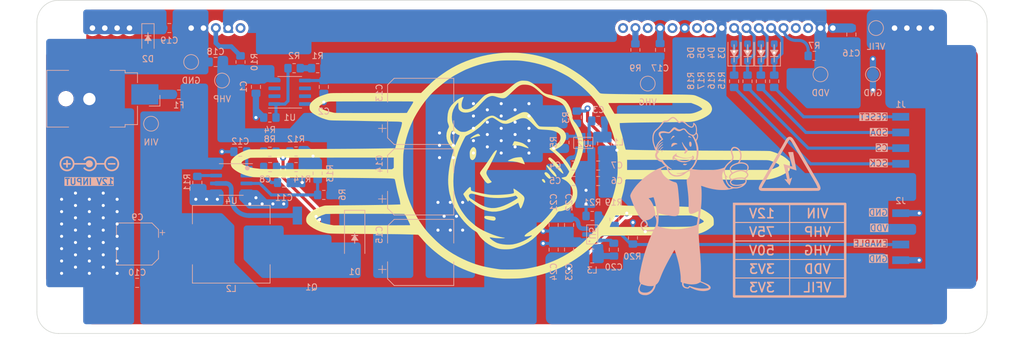
<source format=kicad_pcb>
(kicad_pcb (version 20221018) (generator pcbnew)
  (layers (0 "F.Cu" signal) (31 "B.Cu" signal) (34 "B.Paste" user) (35 "F.Paste" user) (36 "B.SilkS" user "B.Silkscreen") (37 "F.SilkS" user "F.Silkscreen") (38 "B.Mask" user) (39 "F.Mask" user) (44 "Edge.Cuts" user))
  (net 0 "")
  (net 1 "Net-(U2-BST)")
  (net 2 "GND")
  (net 3 "Net-(U2-SW)")
  (net 4 "12V")
  (net 5 "Net-(U4-COMP)")
  (net 6 "V_HP")
  (net 7 "V_HG")
  (net 8 "Net-(C8-Pad2)")
  (net 9 "Net-(F1-Pad1)")
  (net 10 "VDD")
  (net 11 "Net-(U4-I_{SEN})")
  (net 12 "Net-(D2-K)")
  (net 13 "Net-(U5-BST)")
  (net 14 "Net-(U5-SW)")
  (net 15 "V_FILAMENT")
  (net 16 "Net-(D1-A)")
  (net 17 "Net-(D4-K)")
  (net 18 "Net-(D5-K)")
  (net 19 "Net-(D6-K)")
  (net 20 "Net-(D3-K)")
  (net 21 "VFD_SCK")
  (net 22 "VFD_CS")
  (net 23 "VFD_SDA")
  (net 24 "VFD_RESET")
  (net 25 "FILAMENT_EN")
  (net 26 "Net-(Q1-G)")
  (net 27 "Net-(Q1-S)")
  (net 28 "Net-(R1-Pad2)")
  (net 29 "FB1")
  (net 30 "Net-(U1-ADJ)")
  (net 31 "Net-(U2-FB)")
  (net 32 "Net-(U3-TEST)")
  (net 33 "Net-(U3-VHG)")
  (net 34 "Net-(U3-VHP)")
  (net 35 "Net-(U4-FA{slash}SD)")
  (net 36 "Net-(U5-FB)")
  (footprint "MountingHole:MountingHole_3.2mm_M3" (layer "F.Cu") (at 77.5 114)
    (fp_text reference "REF**" hide)
    (fp_text value "MountingHole_3.2mm_M3")
  )
  (footprint "MountingHole:MountingHole_3.2mm_M3" (layer "F.Cu") (at 77.5 67)
    (fp_text reference "REF**" hide)
    (fp_text value "MountingHole_3.2mm_M3")
  )
  (footprint "LOGO" (layer "F.Cu") (at 151 90.5)
    (fp_text reference "G***" hide)
    (fp_text value "LOGO" hide)
  )
  (footprint "Remi_Footprints:VFD_GP1287BI" (layer "F.Cu") (at 219 68)
    (fp_text reference "U3" hide)
    (fp_text value "GP1294AI")
  )
  (footprint "LOGO" (layer "F.Cu") (at 151 90.5)
    (fp_text reference "G***" hide)
    (fp_text value "LOGO" hide)
  )
  (footprint "MountingHole:MountingHole_3.2mm_M3" (layer "F.Cu") (at 224.5 114)
    (fp_text reference "REF**" hide)
    (fp_text value "MountingHole_3.2mm_M3")
  )
  (footprint "MountingHole:MountingHole_3.2mm_M3" (layer "F.Cu") (at 224.5 67)
    (fp_text reference "REF**" hide)
    (fp_text value "MountingHole_3.2mm_M3")
  )
  (footprint "Diode_SMD:D_SOD-123F" (layer "B.Cu") (at 189.166666 71.94 90)
    (fp_text reference "D5")
    (fp_text value "BZT52B3V3")
  )
  (footprint "Resistor_SMD:R_0805_2012Metric_Pad1.20x1.40mm_HandSolder" (layer "B.Cu") (at 171 71.54 -90)
    (fp_text reference "R9")
    (fp_text value "10R")
  )
  (footprint "Resistor_SMD:R_0805_2012Metric_Pad1.20x1.40mm_HandSolder" (layer "B.Cu") (at 107 73.5 -90)
    (fp_text reference "R10")
    (fp_text value "10R")
  )
  (footprint "Capacitor_SMD:C_0805_2012Metric_Pad1.18x1.45mm_HandSolder" (layer "B.Cu") (at 160.9625 90.2875)
    (fp_text reference "C4")
    (fp_text value "10uF")
  )
  (footprint "Capacitor_SMD:CP_Elec_6.3x7.7" (layer "B.Cu") (at 90.3 103 180)
    (fp_text reference "C9")
    (fp_text value "100uF")
  )
  (footprint "Remi_Footprints:STD16N65M5" (layer "B.Cu") (at 118.5 102.54)
    (fp_text reference "Q1")
    (fp_text value "STD16N65M5")
  )
  (footprint "Resistor_SMD:R_0805_2012Metric_Pad1.20x1.40mm_HandSolder" (layer "B.Cu") (at 167.6 99 90)
    (fp_text reference "R19")
    (fp_text value "31k6")
  )
  (footprint "Capacitor_SMD:C_0805_2012Metric_Pad1.18x1.45mm_HandSolder" (layer "B.Cu") (at 102.9625 73.5 180)
    (fp_text reference "C18")
    (fp_text value "100nF")
  )
  (footprint "Resistor_SMD:R_0805_2012Metric_Pad1.20x1.40mm_HandSolder" (layer "B.Cu") (at 200 72.5 180)
    (fp_text reference "R7")
    (fp_text value "100k")
  )
  (footprint "Resistor_SMD:R_0805_2012Metric_Pad1.20x1.40mm_HandSolder" (layer "B.Cu") (at 119.5 74.5 180)
    (fp_text reference "R1")
    (fp_text value "5K6")
  )
  (footprint "Resistor_SMD:R_0805_2012Metric_Pad1.20x1.40mm_HandSolder" (layer "B.Cu") (at 189.166666 76.62 90)
    (fp_text reference "R17")
    (fp_text value "200R")
  )
  (footprint "Resistor_SMD:R_0805_2012Metric_Pad1.20x1.40mm_HandSolder" (layer "B.Cu") (at 187 76.62 90)
    (fp_text reference "R18")
    (fp_text value "200R")
  )
  (footprint "Diode_SMD:D_SOD-123" (layer "B.Cu") (at 92 69.65 -90)
    (fp_text reference "D2")
    (fp_text value "MMSZ5222BT1G")
  )
  (footprint "Capacitor_SMD:C_0805_2012Metric_Pad1.18x1.45mm_HandSolder" (layer "B.Cu") (at 106.9625 88.04 180)
    (fp_text reference "C12")
    (fp_text value "10pF")
  )
  (footprint "Capacitor_SMD:C_0805_2012Metric_Pad1.18x1.45mm_HandSolder" (layer "B.Cu") (at 109.5 77.5375 -90)
    (fp_text reference "C1")
    (fp_text value "1uF")
  )
  (footprint "Capacitor_SMD:C_0805_2012Metric_Pad1.18x1.45mm_HandSolder" (layer "B.Cu") (at 114.0375 93.04)
    (fp_text reference "C11")
    (fp_text value "39pF")
  )
  (footprint "Resistor_SMD:R_0805_2012Metric_Pad1.20x1.40mm_HandSolder" (layer "B.Cu") (at 159.5 86.5375 90)
    (fp_text reference "R5")
    (fp_text value "10k")
  )
  (footprint "Resistor_SMD:R_0805_2012Metric_Pad1.20x1.40mm_HandSolder" (layer "B.Cu") (at 111.75 82.5 180)
    (fp_text reference "R4")
    (fp_text value "220k")
  )
  (footprint "TestPoint:TestPoint_Pad_D2.0mm" (layer "B.Cu") (at 173 77 180)
    (fp_text reference "VHG")
    (fp_text value "TestPoint_Pad_D2.0mm")
  )
  (footprint "Capacitor_SMD:C_0805_2012Metric_Pad1.18x1.45mm_HandSolder" (layer "B.Cu") (at 157.75 99.9125 -90)
    (fp_text reference "C21")
    (fp_text value "10uF")
  )
  (footprint "Resistor_SMD:R_0805_2012Metric_Pad1.20x1.40mm_HandSolder" (layer "B.Cu") (at 164 98.45)
    (fp_text reference "R21")
    (fp_text value "10k")
  )
  (footprint "Capacitor_SMD:C_0805_2012Metric_Pad1.18x1.45mm_HandSolder" (layer "B.Cu") (at 164.9625 83.0375)
    (fp_text reference "C3")
    (fp_text value "100nF")
  )
  (footprint "Resistor_SMD:R_0805_2012Metric_Pad1.20x1.40mm_HandSolder" (layer "B.Cu") (at 191.333332 76.62 90)
    (fp_text reference "R16")
    (fp_text value "200R")
  )
  (footprint "Resistor_SMD:R_0805_2012Metric_Pad1.20x1.40mm_HandSolder" (layer "B.Cu") (at 100 93.04 -90)
    (fp_text reference "R11")
    (fp_text value "28k7")
  )
  (footprint "Capacitor_SMD:C_0805_2012Metric_Pad1.18x1.45mm_HandSolder" (layer "B.Cu") (at 95.4625 68)
    (fp_text reference "C19")
    (fp_text value "100nF")
  )
  (footprint "Resistor_SMD:R_0805_2012Metric_Pad1.20x1.40mm_HandSolder" (layer "B.Cu") (at 116 90.54)
    (fp_text reference "R14")
    (fp_text value "340k")
  )
  (footprint "LOGO" (layer "B.Cu") (at 196 90 180)
    (fp_text reference "G***" hide)
    (fp_text value "LOGO" hide)
  )
  (footprint "TestPoint:TestPoint_Pad_D2.0mm" (layer "B.Cu") (at 92.5 83.5 180)
    (fp_text reference "VIN")
    (fp_text value "TestPoint_Pad_D2.0mm")
  )
  (footprint "Capacitor_SMD:C_0805_2012Metric_Pad1.18x1.45mm_HandSolder" (layer "B.Cu") (at 175 71.5375 90)
    (fp_text reference "C17")
    (fp_text value "100nF")
  )
  (footprint "Capacitor_SMD:C_0805_2012Metric_Pad1.18x1.45mm_HandSolder" (layer "B.Cu") (at 161 92.7875)
    (fp_text reference "C5")
    (fp_text value "100nF")
  )
  (footprint "Remi_Footprints:TSOT26" (layer "B.Cu") (at 164 101.45 90)
    (fp_text reference "U5")
    (fp_text value "AP62250WU-7")
  )
  (footprint "TestPoint:TestPoint_Pad_D2.0mm" (layer "B.Cu") (at 99 73.5 180)
    (fp_text reference "GND")
    (fp_text value "TestPoint_Pad_D2.0mm")
  )
  (footprint "TestPoint:TestPoint_Pad_D2.0mm" (layer "B.Cu") (at 209.5 75.5 180)
    (fp_text reference "GND")
    (fp_text value "TestPoint_Pad_D2.0mm")
  )
  (footprint "Symbol:Polarity_Center_Positive_6mm_SilkScreen" (layer "B.Cu") (at 82.5 90 180)
    (fp_text reference "REF**" hide)
    (fp_text value "Polarity_Center_Positive_6mm_SilkScreen" hide)
  )
  (footprint "Resistor_SMD:R_0805_2012Metric_Pad1.20x1.40mm_HandSolder" (layer "B.Cu") (at 170.6 102 -90)
    (fp_text reference "R20")
    (fp_text value "10k")
  )
  (footprint "Inductor_SMD:L_Wuerth_WE-PD-Typ-LS_Handsoldering" (layer "B.Cu") (at 105.5 103.04)
    (fp_text reference "L2")
    (fp_text value "220uH")
  )
  (footprint "Resistor_SMD:R_0805_2012Metric_Pad1.20x1.40mm_HandSolder" (layer "B.Cu") (at 111.75 88.04)
    (fp_text reference "R8")
    (fp_text value "100R")
  )
  (footprint "Capacitor_SMD:C_0805_2012Metric_Pad1.18x1.45mm_HandSolder" (layer "B.Cu") (at 164.9625 90.2875 180)
    (fp_text reference "C7")
    (fp_text value "22uF")
  )
  (footprint "Resistor_SMD:R_0805_2012Metric_Pad1.20x1.40mm_HandSolder" (layer "B.Cu") (at 193.5 76.62 90)
    (fp_text reference "R15")
    (fp_text value "4 X 200R")
  )
  (footprint "Diode_SMD:D_SOD-123F" (layer "B.Cu") (at 191.333332 71.94 90)
    (fp_text reference "D4")
    (fp_text value "BZT52B3V3")
  )
  (footprint "Resistor_SMD:R_0805_2012Metric_Pad1.20x1.40mm_HandSolder" (layer "B.Cu") (at 120.5 95.04 180)
    (fp_text reference "R6")
    (fp_text value "590k")
  )
  (footprint "Capacitor_SMD:C_0805_2012Metric_Pad1.18x1.45mm_HandSolder" (layer "B.Cu") (at 167.5 103.9125 -90)
    (fp_text reference "C20")
    (fp_text value "100nF")
  )
  (footprint "Capacitor_SMD:C_0805_2012Metric_Pad1.18x1.45mm_HandSolder" (layer "B.Cu") (at 206 69.0375 -90)
    (fp_text reference "C16")
    (fp_text value "100nF")
  )
  (footprint "Capacitor_SMD:C_0805_2012Metric_Pad1.18x1.45mm_HandSolder" (layer "B.Cu") (at 111.7875 90.54)
    (fp_text reference "C8")
    (fp_text value "330pF")
  )
  (footprint "Remi_Footprints:TSOT26" (layer "B.Cu") (at 162.55 86.6 180)
    (fp_text reference "U2")
    (fp_text value "AP62250WU-7")
  )
  (footprint "Connector_BarrelJack:BarrelJack_CUI_PJ-036AH-SMT_Horizontal" (layer "B.Cu") (at 85.7 79.45 90)
    (fp_text reference "J3")
    (fp_text value "PJ-036AH-SMT-TR")
  )
  (footprint "Diode_SMD:D_SOD-123F" (layer "B.Cu") (at 193.5 71.94 90)
    (fp_text reference "D3")
    (fp_text value "BZT52B3V3")
  )
  (footprint "Fuse:Fuse_0805_2012Metric_Pad1.15x1.40mm_HandSolder" (layer "B.Cu") (at 97.025 78.75)
    (fp_text reference "F1")
    (fp_text value "4A")
  )
  (footprint "TestPoint:TestPoint_Pad_D2.0mm" (layer "B.Cu") (at 201 75.5 180)
    (fp_text reference "VDD")
    (fp_text value "TestPoint_Pad_D2.0mm")
  )
  (footprint "TestPoint:TestPoint_Pad_D2.0mm" (layer "B.Cu") (at 104 76.5 180)
    (fp_text reference "VHP")
    (fp_text value "TestPoint_Pad_D2.0mm")
  )
  (footprint "Resistor_SMD:R_0805_2012Metric_Pad1.20x1.40mm_HandSolder" (layer "B.Cu") (at 116 88)
    (fp_text reference "R12")
    (fp_text value "100m")
  )
  (footprint "Diode_SMD:D_SOD-123F" (layer "B.Cu") (at 187 71.94 90)
    (fp_text reference "D6")
    (fp_text value "BZT52B3V3")
  )
  (footprint "Capacitor_SMD:C_0805_2012Metric_Pad1.18x1.45mm_HandSolder" (layer "B.Cu") (at 90.25 109.29 180)
    (fp_text reference "C10")
    (fp_text value "100nF")
  )
  (footprint "Capacitor_SMD:CP_Elec_10x10.5" (layer "B.Cu") (at 136.2 104.36)
    (fp_text reference "C15")
    (fp_text value "47uF")
  )
  (footprint "Resistor_SMD:R_0805_2012Metric_Pad1.20x1.40mm_HandSolder" (layer "B.Cu") (at 119.5 91.54 90)
    (fp_text reference "R13")
    (fp_text value "10k")
  )
  (footprint "Capacitor_SMD:C_0805_2012Metric_Pad1.18x1.45mm_HandSolder" (layer "B.Cu") (at 157.75 103.9125 90)
    (fp_text reference "C24")
    (fp_text value "22uF")
  )
  (footprint "Inductor_SMD:L_1008_2520Metric_Pad1.43x2.20mm_HandSolder" (layer "B.Cu") (at 164 104.95 180)
    (fp_text reference "L3")
    (fp_text value "2.2 uH")
  )
  (footprint "Capacitor_SMD:C_0805_2012Metric_Pad1.18x1.45mm_HandSolder" (layer "B.Cu") (at 160.25 99.9125 -90)
    (fp_text reference "C22")
    (fp_text value "100nF")
  )
  (footprint "LOGO" (layer "B.Cu") (at 179.5 97 180)
    (fp_text reference "G***" hide)
    (fp_text value "LOGO" hide)
  )
  (footprint "Capacitor_SMD:C_0805_2012Metric_Pad1.18x1.45mm_HandSolder" (layer "B.Cu") (at 164.9625 92.7875 180)
    (fp_text reference "C6")
    (fp_text value "22uF")
  )
  (footprint "Resistor_SMD:R_0805_2012Metric_Pad1.20x1.40mm_HandSolder" (layer "B.Cu") (at 161.5 82.45 90)
    (fp_text reference "R3")
    (fp_text value "31k6")
  )
  (footprint "Package_SO:SOIC-8_3.9x4.9mm_P1.27mm" (layer "B.Cu") (at 114.975 78.405)
    (fp_text reference "U1")
    (fp_text value "LR12LG-G")
  )
  (footprint "Capacitor_SMD:C_0805_2012Metric_Pad1.18x1.45mm_HandSolder" (layer "B.Cu") (at 160.25 103.9125 90)
    (fp_text reference "C23")
    (fp_text value "22uF")
  )
  (footprint "Package_SO:SOIC-8_3.9x4.9mm_P1.27mm" (layer "B.Cu") (at 105.5 92.54 180)
    (fp_text reference "U4")
    (fp_text value "LM3478")
  )
  (footprint "Resistor_SMD:R_0805_2012Metric_Pad1.20x1.40mm_HandSolder" (layer "B.Cu") (at 115.69 74.5 180)
    (fp_text reference "R2")
    (fp_text value "56R")
  )
  (footprint "Remi_Footprints:M20-8900405" (layer "B.Cu") (at 214 82.38 -90)
    (fp_text reference "J1")
    (fp_text value "Conn_01x04")
  )
  (footprint "Remi_Footprints:M20-8900405" (layer "B.Cu") (at 214 98 -90)
    (fp_text reference "J2")
    (fp_text value "Conn_01x04")
  )
  (footprint "Capacitor_SMD:CP_Elec_10x10.5" (layer "B.Cu") (at 136.2 92.93)
    (fp_text reference "C14")
    (fp_text value "47uF")
  )
  (footprint "Diode_SMD:D_SMA_Handsoldering" (layer "B.Cu") (at 125.5 102.04 -90)
    (fp_text reference "D1")
    (fp_text value "SK220A")
  )
  (footprint "Capacitor_SMD:C_0805_2012Metric_Pad1.18x1.45mm_HandSolder" (layer "B.Cu") (at 120.5 77.5375 -90)
    (fp_text reference "C2")
    (fp_text value "1uF")
  )
  (footprint "TestPoint:TestPoint_Pad_D2.0mm" (layer "B.Cu") (at 210 68 180)
    (fp_text reference "VFIL")
    (fp_text value "TestPoint_Pad_D2.0mm")
  )
  (footprint "Capacitor_SMD:CP_Elec_10x10.5" (layer "B.Cu") (at 136.2 81.5)
    (fp_text reference "C13")
    (fp_text value "47uF")
  )
  (footprint "Inductor_SMD:L_1008_2520Metric_Pad1.43x2.20mm_HandSolder" (layer "B.Cu") (at 166 86.7 -90)
    (fp_text reference "L1")
    (fp_text value "2.2 uH")
  )
  (gr_rect (start 196 108.5) (end 205 111.5) (stroke (width 0.15)) (fill none) (layer "B.SilkS"))
  (gr_rect (start 196 105.5) (end 205 108.5) (stroke (width 0.15)) (fill none) (layer "B.SilkS"))
  (gr_line (start 194.1 72.6) (end 192.9 72.6) (stroke (width 0.15)) (layer "B.SilkS"))
  (gr_rect (start 91.5 69.25) (end 92.5 69.25) (stroke (width 0.15)) (fill none) (layer "B.SilkS"))
  (gr_rect (start 187 105.5) (end 196 108.5) (stroke (width 0.15)) (fill none) (layer "B.SilkS"))
  (gr_poly (pts (xy 191.4 72.6) (xy 190.8 71.6) (xy 192 71.6)) (stroke (width 0.15)) (fill solid) (layer "B.SilkS"))
  (gr_rect (start 187 99.5) (end 196 102.5) (stroke (width 0.15)) (fill none) (layer "B.SilkS"))
  (gr_line (start 92 68.75) (end 92 70.5) (stroke (width 0.15)) (layer "B.SilkS"))
  (gr_line (start 193.5 73.5) (end 193.5 70.7) (stroke (width 0.15)) (layer "B.SilkS"))
  (gr_line (start 191.4 73.5) (end 191.4 70.7) (stroke (width 0.15)) (layer "B.SilkS"))
  (gr_rect (start 196 102.5) (end 205 105.5) (stroke (width 0.15)) (fill none) (layer "B.SilkS"))
  (gr_poly (pts (xy 189.2 72.6) (xy 188.6 71.6) (xy 189.8 71.6)) (stroke (width 0.15)) (fill solid) (layer "B.SilkS"))
  (gr_line (start 187 73.5) (end 187 70.7) (stroke (width 0.15)) (layer "B.SilkS"))
  (gr_poly (pts (xy 187 72.6) (xy 186.4 71.6) (xy 187.6 71.6)) (stroke (width 0.15)) (fill solid) (layer "B.SilkS"))
  (gr_rect (start 187 108.5) (end 196 111.5) (stroke (width 0.15)) (fill none) (layer "B.SilkS"))
  (gr_rect (start 187 96.5) (end 196 99.5) (stroke (width 0.15)) (fill none) (layer "B.SilkS"))
  (gr_rect (start 196 96.5) (end 205 99.5) (stroke (width 0.15)) (fill none) (layer "B.SilkS"))
  (gr_line (start 125.5 101.125) (end 125.5 102.875) (stroke (width 0.15)) (layer "B.SilkS"))
  (gr_rect (start 187 102.5) (end 196 105.5) (stroke (width 0.15)) (fill none) (layer "B.SilkS"))
  (gr_rect (start 196 99.5) (end 205 102.5) (stroke (width 0.15)) (fill none) (layer "B.SilkS"))
  (gr_poly (pts (xy 125.5 101.625) (xy 126 102.375) (xy 125 102.375)) (stroke (width 0.15)) (fill solid) (layer "B.SilkS"))
  (gr_poly (pts (xy 92 69.25) (xy 92.5 70) (xy 91.5 70)) (stroke (width 0.15)) (fill solid) (layer "B.SilkS"))
  (gr_line (start 189.8 72.6) (end 188.6 72.6) (stroke (width 0.15)) (layer "B.SilkS"))
  (gr_rect (start 125 101.625) (end 126 101.625) (stroke (width 0.15)) (fill none) (layer "B.SilkS"))
  (gr_circle (center 108.1 90.7) (end 108.4 90.7) (stroke (width 0.15)) (fill solid) (layer "B.SilkS"))
  (gr_line (start 187.6 72.6) (end 186.4 72.6) (stroke (width 0.15)) (layer "B.SilkS"))
  (gr_line (start 189.2 73.5) (end 189.2 70.7) (stroke (width 0.15)) (layer "B.SilkS"))
  (gr_line (start 192 72.6) (end 190.8 72.6) (stroke (width 0.15)) (layer "B.SilkS"))
  (gr_poly (pts (xy 193.5 72.6) (xy 192.9 71.6) (xy 194.1 71.6)) (stroke (width 0.15)) (fill solid) (layer "B.SilkS"))
  (gr_rect (start 187 96.5) (end 205 111.5) (stroke (width 0.4)) (fill none) (layer "B.SilkS"))
  (gr_arc (start 74 67) (mid 75.025126 64.525126) (end 77.5 63.5) (stroke (width 0.1)) (layer "Edge.Cuts"))
  (gr_line (start 228 114) (end 228 67) (stroke (width 0.1)) (layer "Edge.Cuts"))
  (gr_line (start 77.5 117.5) (end 224.5 117.5) (stroke (width 0.1)) (layer "Edge.Cuts"))
  (gr_line (start 74 67) (end 74 114) (stroke (width 0.1)) (layer "Edge.Cuts"))
  (gr_arc (start 224.5 63.5) (mid 226.974874 64.525126) (end 228 67) (stroke (width 0.1)) (layer "Edge.Cuts"))
  (gr_arc (start 77.5 117.5) (mid 75.025126 116.474874) (end 74 114) (stroke (width 0.1)) (layer "Edge.Cuts"))
  (gr_line (start 224.5 63.5) (end 77.5 63.5) (stroke (width 0.1)) (layer "Edge.Cuts"))
  (gr_arc (start 228 114) (mid 226.974874 116.474874) (end 224.5 117.5) (stroke (width 0.1)) (layer "Edge.Cuts"))
  (gr_text "VIN" (at 200.5 98.93375) (layer "B.SilkS") (effects (font (size 1.5 1.5) (thickness 0.25) bold) (justify bottom mirror)))
  (gr_text "12V" (at 191.5 98.93375) (layer "B.SilkS") (effects (font (size 1.5 1.5) (thickness 0.25) bold) (justify bottom mirror)))
  (gr_text "SCK" (at 212 90.5) (layer "B.SilkS" knockout) (effects (font (size 1 1)) (justify left bottom mirror)))
  (gr_text "75V" (at 191.5 101.93375) (layer "B.SilkS") (effects (font (size 1.5 1.5) (thickness 0.25) bold) (justify bottom mirror)))
  (gr_text "VFIL" (at 200.5 110.93375) (layer "B.SilkS") (effects (font (size 1.5 1.5) (thickness 0.25) bold) (justify bottom mirror)))
  (gr_text "GND" (at 212 106) (layer "B.SilkS" knockout) (effects (font (size 1 1)) (justify left bottom mirror)))
  (gr_text "3V3" (at 191.5 107.93375) (layer "B.SilkS") (effects (font (size 1.5 1.5) (thickness 0.25) bold) (justify bottom mirror)))
  (gr_text "RESET" (at 212 83) (layer "B.SilkS" knockout) (effects (font (size 1 1)) (justify left bottom mirror)))
  (gr_text "VHG" (at 200.5 104.93375) (layer "B.SilkS") (effects (font (size 1.5 1.5) (thickness 0.25) bold) (justify bottom mirror)))
  (gr_text "GND" (at 212 98.5) (layer "B.SilkS" knockout) (effects (font (size 1 1)) (justify left bottom mirror)))
  (gr_text "VHP" (at 200.5 101.93375) (layer "B.SilkS") (effects (font (size 1.5 1.5) (thickness 0.25) bold) (justify bottom mirror)))
  (gr_text "3V3" (at 191.5 110.93375) (layer "B.SilkS") (effects (font (size 1.5 1.5) (thickness 0.25) bold) (justify bottom mirror)))
  (gr_text "SDA" (at 212 85.5) (layer "B.SilkS" knockout) (effects (font (size 1 1)) (justify left bottom mirror)))
  (gr_text "CS" (at 212 88) (layer "B.SilkS" knockout) (effects (font (size 1 1)) (justify left bottom mirror)))
  (gr_text "ENABLE" (at 212 103.5) (layer "B.SilkS" knockout) (effects (font (size 1 1)) (justify left bottom mirror)))
  (gr_text "VDD" (at 200.5 107.93375) (layer "B.SilkS") (effects (font (size 1.5 1.5) (thickness 0.25) bold) (justify bottom mirror)))
  (gr_text "12V INPUT" (at 82.5 93.5) (layer "B.SilkS" knockout) (effects (font (size 1 1) (thickness 0.2) bold) (justify bottom mirror)))
  (gr_text "50V" (at 191.5 104.93375) (layer "B.SilkS") (effects (font (size 1.5 1.5) (thickness 0.25) bold) (justify bottom mirror)))
  (gr_text "VDD" (at 212 101) (layer "B.SilkS" knockout) (effects (font (size 1 1)) (justify left bottom mirror)))
  (segment (start 163.5 83.4625) (end 163.5 85.5) (width 0.5) (layer "B.Cu") (net 1))
  (segment (start 163.925 83.0375) (end 163.5 83.4625) (width 0.5) (layer "B.Cu") (net 1))
  (via (at 140 98.5) (size 1) (drill 0.5) (layers "F.Cu" "B.Cu") (net 2))
  (via (at 120.5 80) (size 1) (drill 0.5) (layers "F.Cu" "B.Cu") (net 2))
  (via (at 147 83.25) (size 1) (drill 0.5) (layers "F.Cu" "B.Cu") (net 2))
  (via (at 151.5 83.25) (size 1) (drill 0.5) (layers "F.Cu" "B.Cu") (net 2))
  (via (at 80.25 104.75) (size 1) (drill 0.5) (layers "F.Cu" "B.Cu") (net 2))
  (via (at 163 96.5) (size 1) (drill 0.5) (layers "F.Cu" "B.Cu") (net 2))
  (via (at 157.75 87.5) (size 1) (drill 0.5) (layers "F.Cu" "B.Cu") (net 2))
  (via (at 87 101.75) (size 1) (drill 0.5) (layers "F.Cu" "B.Cu") (net 2))
  (via (at 149.25 88.25) (size 1) (drill 0.5) (layers "F.Cu" "B.Cu") (net 2))
  (via (at 80.25 98.75) (size 1) (drill 0.5) (layers "F.Cu" "B.Cu") (net 2))
  (via (at 191.333332 71.81) (size 0.8) (drill 0.4) (layers "F.Cu" "B.Cu") (net 2))
  (via (at 84.75 96.75) (size 1) (drill 0.5) (layers "F.Cu" "B.Cu") (net 2))
  (via (at 104 88.04) (size 1) (drill 0.5) (layers "F.Cu" "B.Cu") (net 2))
  (via (at 82.5 97.75) (size 1) (drill 0.5) (layers "F.Cu" "B.Cu") (net 2))
  (via (at 78 107.75) (size 1) (drill 0.5) (layers "F.Cu" "B.Cu") (net 2))
  (via (at 101.5 95.75) (size 1) (drill 0.5) (layers "F.Cu" "B.Cu") (net 2))
  (via (at 187 71.81) (size 0.8) (drill 0.4) (layers "F.Cu" "B.Cu") (net 2))
  (via (at 82.5 79.5) (size 4) (drill 2) (layers "F.Cu" "B.Cu") (net 2))
  (via (at 144.75 86.25) (size 1) (drill 0.5) (layers "F.Cu" "B.Cu") (net 2))
  (via (at 118.75 88.75) (size 1) (drill 0.5) (layers "F.Cu" "B.Cu") (net 2))
  (via (at 80.25 94.75) (size 1) (drill 0.5) (layers "F.Cu" "B.Cu") (net 2))
  (via (at 139.25 87) (size 1) (drill 0.5) (layers "F.Cu" "B.Cu") (net 2))
  (via (at 114 96.5) (size 1) (drill 0.5) (layers "F.Cu" "B.Cu") (net 2))
  (via (at 84.75 102.75) (size 1) (drill 0.5) (layers "F.Cu" "B.Cu") (net 2))
  (via (at 78 95.75) (size 1) (drill 0.5) (layers "F.Cu" "B.Cu") (net 2))
  (via (at 209.5 78) (size 1) (drill 0.5) (layers "F.Cu" "B.Cu") (net 2))
  (via (at 153.75 88.25) (size 1) (drill 0.5) (layers "F.Cu" "B.Cu") (net 2))
  (via (at 139 96.25) (size 1) (drill 0.5) (layers "F.Cu" "B.Cu") (net 2))
  (via (at 80.25 106.75) (size 1) (drill 0.5) (layers "F.Cu" "B.Cu") (net 2))
  (via (at 156.05 100.9) (size 1) (drill 0.5) (layers "F.Cu" "B.Cu") (net 2))
  (via (at 153.75 82.25) (size 1) (drill 0.5) (layers "F.Cu" "B.Cu") (net 2))
  (via (at 82.5 101.75) (size 1) (drill 0.5) (layers "F.Cu" "B.Cu") (net 2))
  (via (at 144.75 84.25) (size 1) (drill 0.5) (layers "F.Cu" "B.Cu") (net 2))
  (via (at 209.5 73) (size 1) (drill 0.5) (layers "F.Cu" "B.Cu") (net 2))
  (via (at 151.5 87.25) (size 1) (drill 0.5) (layers "F.Cu" "B.Cu") (net 2))
  (via (at 82.5 99.75) (size 1) (drill 0.5) (layers "F.Cu" "B.Cu") (net 2))
  (via (at 193.5 72) (size 0.8) (drill 0.4) (layers "F.Cu" "B.Cu") (net 2))
  (via (at 78 99.75) (size 1) (drill 0.5) (layers "F.Cu" "B.Cu") (net 2))
  (via (at 141.5 89) (size 1) (drill 0.5) (layers "F.Cu" "B.Cu") (net 2))
  (via (at 144.75 80.25) (size 1) (drill 0.5) (layers "F.Cu" "B.Cu") (net 2))
  (via (at 147 87.25) (size 1) (drill 0.5) (layers "F.Cu" "B.Cu") (net 2))
  (via (at 142 98.5) (size 1) (drill 0.5) (layers "F.Cu" "B.Cu") (net 2))
  (via (at 78 103.75) (size 1) (drill 0.5) (layers "F.Cu" "B.Cu") (net 2))
  (via (at 84.75 94.75) (size 1) (drill 0.5) (layers "F.Cu" "B.Cu") (net 2))
  (via (at 149.25 80.25) (size 1) (drill 0.5) (layers "F.Cu" "B.Cu") (net 2))
  (via (at 153.75 86.25) (size 1) (drill 0.5) (layers "F.Cu" "B.Cu") (net 2))
  (via (at 84.75 98.75) (size 1) (drill 0.5) (layers "F.Cu" "B.Cu") (net 2))
  (via (at 80.25 100.75) (size 1) (drill 0.5) (layers "F.Cu" "B.Cu") (net 2))
  (via (at 170.6 99.5) (size 1) (drill 0.5) (layers "F.Cu" "B.Cu") (net 2))
  (via (at 78 97.75) (size 1) (drill 0.5) (layers "F.Cu" "B.Cu") (net 2))
  (via (at 87 95.75) (size 1) (drill 0.5) (layers "F.Cu" "B.Cu") (net 2))
  (via (at 143 100.75) (size 1) (drill 0.5) (layers "F.Cu" "B.Cu") (net 2))
  (via (at 163 94.2875) (size 1) (drill 0.5) (layers "F.Cu" "B.Cu") (net 2))
  (via (at 153.75 80.25) (size 1) (drill 0.5) (layers "F.Cu" "B.Cu") (net 2))
  (via (at 112.25 96.5) (size 1) (drill 0.5) (layers "F.Cu" "B.Cu") (net 2))
  (via (at 189.166666 71.81) (size 0.8) (drill 0.4) (layers "F.Cu" "B.Cu") (net 2))
  (via (at 141.5 87) (size 1) (drill 0.5) (layers "F.Cu" "B.Cu") (net 2))
  (via (at 217 105.62) (size 1) (drill 0.5) (layers "F.Cu" "B.Cu") (net 2))
  (via (at 78 101.75) (size 1) (drill 0.5) (layers "F.Cu" "B.Cu") (net 2))
  (via (at 78 105.75) (size 1) (drill 0.5) (layers "F.Cu" "B.Cu") (net 2))
  (via (at 82.5 95.75) (size 1) (drill 0.5) (layers "F.Cu" "B.Cu") (net 2))
  (via (at 84.75 106.75) (size 1) (drill 0.5) (layers "F.Cu" "B.Cu") (net 2))
  (via (at 156.05 102.9) (size 1) (drill 0.5) (layers "F.Cu" "B.Cu") (net 2))
  (via (at 87 99.75) (size 1) (drill 0.5) (layers "F.Cu" "B.Cu") (net 2))
  (via (at 110.5 96.5) (size 1) (drill 0.5) (layers "F.Cu" "B.Cu") (net 2))
  (via (at 109.5 95.5) (size 1) (drill 0.5) (layers "F.Cu" "B.Cu") (net 2))
  (via (at 151.5 81.25) (size 1) (drill 0.5) (layers "F.Cu" "B.Cu") (net 2))
  (via (at 172.6 101) (size 1) (drill 0.5) (layers "F.Cu" "B.Cu") (net 2))
  (via (at 108.5 96.5) (size 1) (drill 0.5) (layers "F.Cu" "B.Cu") (net 2))
  (via (at 99.75 95.75) (size 1) (drill 0.5) (layers "F.Cu" "B.Cu") (net 2))
  (via (at 149.25 84.25) (size 1) (drill 0.5) (layers "F.Cu" "B.Cu") (net 2))
  (via (at 217 98) (size 1) (drill 0.5) (layers "F.Cu" "B.Cu") (net 2))
  (via (at 144.75 88.25) (size 1) (drill 0.5) (layers "F.Cu" "B.Cu") (net 2))
  (via (at 80.25 102.75) (size 1) (drill 0.5) (layers "F.Cu" "B.Cu") (net 2))
  (via (at 149.25 82.25) (size 1) (drill 0.5) (layers "F.Cu" "B.Cu") (net 2))
  (via (at 144.75 82.25) (size 1) (drill 0.5) (layers "F.Cu" "B.Cu") (net 2))
  (via (at 117 93.04) (size 1) (drill 0.5) (layers "F.Cu" "B.Cu") (net 2))
  (via (at 139 100.75) (size 1) (drill 0.5) (layers "F.Cu" "B.Cu") (net 2))
  (via (at 84.75 104.75) (size 1) (drill 0.5) (layers "F.Cu" "B.Cu") (net 2))
  (via (at 147 81.25) (size 1) (drill 0.5) (layers "F.Cu" "B.Cu") (net 2))
  (via (at 87 107.75) (size 1) (drill 0.5) (layers "F.Cu" "B.Cu") (net 2))
  (via (at 87 97.75) (size 1) (drill 0.5) (layers "F.Cu" "B.Cu") (net 2))
  (via (at 80.25 96.75) (size 1) (drill 0.5) (layers "F.Cu" "B.Cu") (net 2))
  (via (at 87 105.75) (size 1) (drill 0.5) (layers "F.Cu" "B.Cu") (net 2))
  (via (at 151.5 85.25) (size 1) (drill 0.5) (layers "F.Cu" "B.Cu") (net 2))
  (via (at 87 103.75) (size 1) (drill 0.5) (layers "F.Cu" "B.Cu") (net 2))
  (via (at 149.25 86.25) (size 1) (drill 0.5) (layers "F.Cu" "B.Cu") (net 2))
  (via (at 139.25 89) (size 1) (drill 0.5) (layers "F.Cu" "B.Cu") (net 2))
  (via (at 103.25 95.75) (size 1) (drill 0.5) (layers "F.Cu" "B.Cu") (net 2))
  (via (at 109.5 82.5) (size 1) (drill 0.5) (layers "F.Cu" "B.Cu") (net 2))
  (via (at 143 96.25) (size 1) (drill 0.5) (layers "F.Cu" "B.Cu") (net 2))
  (via (at 82.5 107.75) (size 1) (drill 0.5) (layers "F.Cu" "B.Cu") (net 2))
  (via (at 139.25 85) (size 1) (drill 0.5) (layers "F.Cu" "B.Cu") (net 2))
  (via (at 141 96.25) (size 1) (drill 0.5) (layers "F.Cu" "B.Cu") (net 2))
  (via (at 84.75 100.75) (size 1) (drill 0.5) (layers "F.Cu" "B.Cu") (net 2))
  (via (at 82.5 103.75) (size 1) (drill 0.5) (layers "F.Cu" "B.Cu") (net 2))
  (via (at 141.5 85) (size 1) (drill 0.5) (layers "F.Cu" "B.Cu") (net 2))
  (via (at 147 85.25) (size 1) (drill 0.5) (layers "F.Cu" "B.Cu") (net 2))
  (via (at 82.5 105.75) (size 1) (drill 0.5) (layers "F.Cu" "B.Cu") (net 2))
  (via (at 141 100.75) (size 1) (drill 0.5) (layers "F.Cu" "B.Cu") (net 2))
  (via (at 153.75 84.25) (size 1) (drill 0.5) (layers "F.Cu" "B.Cu") (net 2))
  (segment (start 163 98.45) (end 163 96.5) (width 0.5) (layer "B.Cu") (net 2))
  (segment (start 157.725 102.9) (end 157.75 102.875) (width 0.5) (layer "B.Cu") (net 2))
  (segment (start 209.5 75.5) (end 209.5 73) (width 1) (layer "B.Cu") (net 2))
  (segment (start 118 88) (end 118.75 88.75) (width 0.5) (layer "B.Cu") (net 2))
  (segment (start 157.75 87.5) (end 159.4625 87.5) (width 0.5) (layer "B.Cu") (net 2))
  (segment (start 82.5 85.9) (end 82.5 79.5) (width 2) (layer "B.Cu") (net 2))
  (segment (start 105.925 88.04) (end 104 88.04) (width 0.5) (layer "B.Cu") (net 2))
  (segment (start 163.5 90.275) (end 163.5125 90.2875) (width 0.25) (layer "B.Cu") (net 2))
  (segment (start 117 88) (end 118 88) (width 0.5) (layer "B.Cu") (net 2))
  (segment (start 163 92.7875) (end 162.0375 92.7875) (width 1) (layer "B.Cu") (net 2))
  (segment (start 214 105.62) (end 214.12 105.5) (width 0.5) (layer "B.Cu") (net 2))
  (segment (start 206 68) (end 203 68) (width 1.5) (layer "B.Cu") (net 2))
  (segment (start 119.5 89.5) (end 119.5 90.54) (width 0.5) (layer "B.Cu") (net 2))
  (segment (start 187 71.81) (end 187 70.54) (width 0.5) (layer "B.Cu") (net 2))
  (segment (start 163 94.2875) (end 163 96.5) (width 0.5) (layer "B.Cu") (net 2))
  (segment (start 157.75 101.95) (end 157.75 100.95) (width 1) (layer "B.Cu") (net 2))
  (segment (start 163 92.7875) (end 163 94.2875) (width 0.5) (layer "B.Cu") (net 2))
  (segment (start 157.7 100.9) (end 157.75 100.95) (width 0.5) (layer "B.Cu") (net 2))
  (segment (start 115.075 93.04) (end 117 93.04) (width 0.5) (layer "B.Cu") (net 2))
  (segment (start 163.925 92.7875) (end 163 92.7875) (width 1) (layer "B.Cu") (net 2))
  (segment (start 163.5 87.7) (end 163.5 90.275) (width 0.5) (layer "B.Cu") (net 2))
  (segment (start 82.5 79.5) (end 82.5 73) (width 2) (layer "B.Cu") (net 2))
  (segment (start 160.25 102.875) (end 160.25 100.95) (width 1) (layer "B.Cu") (net 2))
  (segment (start 156.05 100.9) (end 157.7 100.9) (width 0.5) (layer "B.Cu") (net 2))
  (segment (start 193.5 72) (end 193.5 70.54) (width 0.5) (layer "B.Cu") (net 2))
  (segment (start 109.5 81.25) (end 110.75 82.5) (width 1) (layer "B.Cu") (net 2))
  (segment (start 99 68) (end 96.625 68) (width 1.5) (layer "B.Cu") (net 2))
  (segment (start 101.925 73.5) (end 99 73.5) (width 1) (layer "B.Cu") (net 2))
  (segment (start 119.5 90.54) (end 117 90.54) (width 0.5) (layer "B.Cu") (net 2))
  (segment (start 209.5 75.5) (end 209.5 78) (width 1) (layer "B.Cu") (net 2))
  (segment (start 189.166666 71.81) (end 189.166666 70.54) (width 0.5) (layer "B.Cu") (net 2))
  (segment (start 156.05 102.9) (end 157.725 102.9) (width 0.5) (layer "B.Cu") (net 2))
  (segment (start 118.75 88.75) (end 119.5 89.5) (width 0.5) (layer "B.Cu") (net 2))
  (segment (start 191.333332 71.81) (end 191.333332 70.54) (width 0.5) (layer "B.Cu") (net 2))
  (segment (start 117 90.54) (end 117 93.04) (width 0.5) (layer "B.Cu") (net 2))
  (segment (start 120.5 78.575) (end 120.5 80) (width 0.5) (layer "B.Cu") (net 2))
  (segment (start 109.5 78.575) (end 109.5 81.25) (width 1) (layer "B.Cu") (net 2))
  (segment (start 157.75 102.875) (end 157.75 101.95) (width 1) (layer "B.Cu") (net 2))
  (segment (start 159.4625 87.5) (end 159.5 87.5375) (width 0.5) (layer "B.Cu") (net 2))
  (segment (start 162 90.2875) (end 163.925 90.2875) (width 1) (layer "B.Cu") (net 2))
  (segment (start 117 88) (end 117 90.54) (width 0.5) (layer "B.Cu") (net 2))
  (segment (start 172.6 101) (end 170.6 101) (width 0.5) (layer "B.Cu") (net 2))
  (segment (start 109.5 82.5) (end 109.5 78.575) (width 1) (layer "B.Cu") (net 2))
  (segment (start 99 68) (end 101 68) (width 1.5) (layer "B.Cu") (net 2))
  (segment (start 163.5125 90.2875) (end 163.925 90.2875) (width 0.25) (layer "B.Cu") (net 2))
  (segment (start 170.6 99.5) (end 170.6 101) (width 0.5) (layer "B.Cu") (net 2))
  (segment (start 217 105.62) (end 214 105.62) (width 1) (layer "B.Cu") (net 2))
  (segment (start 175 70.5) (end 175 68) (width 1) (layer "B.Cu") (net 2))
  (segment (start 214 98) (end 217 98) (width 1) (layer "B.Cu") (net 2))
  (segment (start 166 83.0375) (end 166 85.5375) (width 1) (layer "B.Cu") (net 3))
  (segment (start 92.5 83.5) (end 92.95 83.95) (width 1.5) (layer "B.Cu") (net 4))
  (segment (start 103.025 90.635) (end 93.305 90.635) (width 0.5) (layer "B.Cu") (net 4))
  (segment (start 161.6 88.15) (end 161.6 87.7) (width 0.7) (layer "B.Cu") (net 4))
  (segment (start 159.925 92.75) (end 159.925 90.2875) (width 1) (layer "B.Cu") (net 4))
  (segment (start 97 83.5) (end 92.5 83.5) (width 1.5) (layer "B.Cu") (net 4))
  (segment (start 93 103) (end 93 107.5775) (width 1) (layer "B.Cu") (net 4))
  (segment (start 159.9625 92.7875) (end 159.9625 98.5875) (width 1) (layer "B.Cu") (net 4))
  (segment (start 92.95 83.95) (end 92.95 87.99) (width 1.5) (layer "B.Cu") (net 4))
  (segment (start 159.925 90.2875) (end 159.925 89.825) (width 0.7) (layer "B.Cu") (net 4))
  (segment (start 93 107.5775) (end 91.2875 109.29) (width 1) (layer "B.Cu") (net 4))
  (segment (start 98.05 82.45) (end 97 83.5) (width 1.5) (layer "B.Cu") (net 4))
  (segment (start 162.9 100.5) (end 162.5 100.5) (width 0.7) (layer "B.Cu") (net 4))
  (segment (start 159.9625 92.7875) (end 159.925 92.75) (width 1) (layer "B.Cu") (net 4))
  (segment (start 92.95 87.99) (end 92.95 103.04) (width 1.5) (layer "B.Cu") (net 4))
  (segment (start 157.75 98.875) (end 160.25 98.875) (width 1) (layer "B.Cu") (net 4))
  (segment (start 160.25 98.875) (end 160.875 98.875) (width 0.7) (layer "B.Cu") (net 4))
  (segment (start 159.9625 98.5875) (end 160.25 98.875) (width 0.5) (layer "B.Cu") (net 4))
  (segment (start 99.6 103.04) (end 92.95 103.04) (width 1.5) (layer "B.Cu") (net 4))
  (segment (start 98.05 78.75) (end 98.05 82.45) (width 1.5) (layer "B.Cu") (net 4))
  (arc (start 159.925 89.825) (mid 160.166637 89.241637) (end 160.75 89) (width 0.7) (layer "B.Cu") (net 4))
  (arc (start 160.875 98.875) (mid 161.493718 99.131282) (end 161.75 99.75) (width 0.7) (layer "B.Cu") (net 4))
  (arc (start 162.5 100.5) (mid 161.96967 100.28033) (end 161.75 99.75) (width 0.7) (layer "B.Cu") (net 4))
  (arc (start 160.75 89) (mid 161.351041 88.751041) (end 161.6 88.15) (width 0.7) (layer "B.Cu") (net 4))
  (segment (start 112 93.04) (end 110.75 91.79) (width 0.5) (layer "B.Cu") (net 5))
  (segment (start 110.635 91.905) (end 110.75 91.79) (width 0.5) (layer "B.Cu") (net 5))
  (segment (start 110.75 91.79) (end 110.75 90.54) (width 0.5) (layer "B.Cu") (net 5))
  (segment (start 113 93.04) (end 112 93.04) (width 0.5) (layer "B.Cu") (net 5))
  (segment (start 107.975 91.905) (end 110.635 91.905) (width 0.5) (layer "B.Cu") (net 5))
  (segment (start 125.5 93) (end 125.5 99.54) (width 2) (layer "B.Cu") (net 6))
  (segment (start 107 74.5) (end 107 76.5) (width 1) (layer "B.Cu") (net 6))
  (segment (start 125.5 95.75) (end 125.5 99.54) (width 1) (layer "B.Cu") (net 6))
  (segment (start 125.54 99.5) (end 125.5 99.54) (width 0.5) (layer "B.Cu") (net 6))
  (segment (start 121.5 85) (end 125.5 89) (width 1) (layer "B.Cu") (net 6))
  (segment (start 124.79 95.04) (end 125.5 95.75) (width 1) (layer "B.Cu") (net 6))
  (segment (start 125.57 92.93) (end 125.5 93) (width 2) (layer "B.Cu") (net 6))
  (segment (start 104 76.5) (end 107 76.5) (width 1) (layer "B.Cu") (net 6))
  (segment (start 132 92.93) (end 125.57 92.93) (width 2) (layer "B.Cu") (net 6))
  (segment (start 121.5 95.04) (end 124.79 95.04) (width 1) (layer "B.Cu") (net 6))
  (segment (start 132 81.5) (end 132 104.36) (width 2) (layer "B.Cu") (net 6))
  (segment (start 104 73.5) (end 104 76.5) (width 1.5) (layer "B.Cu") (net 6))
  (segment (start 125.5 89) (end 125.5 93) (width 1) (layer "B.Cu") (net 6))
  (segment (start 107.25 85) (end 121.5 85) (width 1) (layer "B.Cu") (net 6))
  (segment (start 104 81.75) (end 107.25 85) (width 1) (layer "B.Cu") (net 6))
  (segment (start 112.5 76.5) (end 109.5 76.5) (width 0.5) (layer "B.Cu") (net 6))
  (segment (start 107 76.5) (end 109.5 76.5) (width 1) (layer "B.Cu") (net 6))
  (segment (start 104 76.5) (end 104 81.75) (width 1) (layer "B.Cu") (net 6))
  (segment (start 171 72.54) (end 173.5 72.54) (width 1) (layer "B.Cu") (net 7))
  (segment (start 120.5 76.5) (end 120.5 75.5) (width 1) (layer "B.Cu") (net 7))
  (segment (start 168.04 75.5) (end 171 72.54) (width 1) (layer "B.Cu") (net 7))
  (segment (start 120.5 76.5) (end 117.45 76.5) (width 0.5) (layer "B.Cu") (net 7))
  (segment (start 175 72.575) (end 174.965 72.54) (width 1) (layer "B.Cu") (net 7))
  (segment (start 173.5 72.54) (end 174.965 72.54) (width 1) (layer "B.Cu") (net 7))
  (segment (start 120.5 75.5) (end 168.04 75.5) (width 1) (layer "B.Cu") (net 7))
  (segment (start 173 73.04) (end 173.5 72.54) (width 1) (layer "B.Cu") (net 7))
  (segment (start 173 77) (end 173 73.04) (width 1) (layer "B.Cu") (net 7))
  (segment (start 120.5 74.5) (end 120.5 76.5) (width 1) (layer "B.Cu") (net 7))
  (segment (start 174.925 72.5) (end 175 72.575) (width 1) (layer "B.Cu") (net 7))
  (segment (start 171.035 72.575) (end 171 72.54) (width 0.5) (layer "B.Cu") (net 7))
  (segment (start 112.825 90.54) (end 115 90.54) (width 0.5) (layer "B.Cu") (net 8))
  (segment (start 96 78.75) (end 91.5 78.75) (width 1.5) (layer "B.Cu") (net 9))
  (segment (start 163.25 81.0375) (end 163.25 83.0375) (width 0.5) (layer "F.Cu") (net 10))
  (segment (start 163.25 83.0375) (end 168 87.7875) (width 0.5) (layer "F.Cu") (net 10))
  (via (at 168 87.7875) (size 1) (drill 0.5) (layers "F.Cu" "B.Cu") (net 10))
  (via (at 163.25 81.0375) (size 1) (drill 0.5) (layers "F.Cu" "B.Cu") (net 10))
  (segment (start 206 70.075) (end 203.425 70.075) (width 0.5) (layer "B.Cu") (net 10))
  (segment (start 201 72.5) (end 201 75.5) (width 1) (layer "B.Cu") (net 10))
  (segment (start 161.5 81.45) (end 162.8375 81.45) (width 0.5) (layer "B.Cu") (net 10))
  (segment (start 199.5 66.5) (end 185.75 66.5) (width 0.5) (layer "B.Cu") (net 10))
  (segment (start 162.8375 81.45) (end 163.25 81.0375) (width 0.5) (layer "B.Cu") (net 10))
  (segment (start 168 87.7875) (end 166.075 87.7875) (width 0.5) (layer "B.Cu") (net 10))
  (segment (start 201 68) (end 201 72.5) (width 0.5) (layer "B.Cu") (net 10))
  (segment (start 185 67.25) (end 185 68) (width 0.5) (layer "B.Cu") (net 10))
  (segment (start 185.75 66.5) (end 185 67.25) (width 0.5) (layer "B.Cu") (net 10))
  (segment (start 166.075 87.7875) (end 166 87.8625) (width 0.5) (layer "B.Cu") (net 10))
  (segment (start 166.8375 87.8625) (end 166 87.8625) (width 0.25) (layer "B.Cu") (net 10))
  (segment (start 201 68) (end 199.5 66.5) (width 0.5) (layer "B.Cu") (net 10))
  (segment (start 166 92.7875) (end 166 87.8625) (width 1) (layer "B.Cu") (net 10))
  (segment (start 203.425 70.075) (end 201 72.5) (width 0.5) (layer "B.Cu") (net 10))
  (segment (start 108 88.04) (end 110.75 88.04) (width 0.5) (layer "B.Cu") (net 11))
  (segment (start 108 88.04) (end 108 90.61) (width 0.5) (layer "B.Cu") (net 11))
  (segment (start 108 90.61) (end 107.975 90.635) (width 0.5) (layer "B.Cu") (net 11))
  (segment (start 83 68) (end 89 68) (width 1.5) (layer "B.Cu") (net 12))
  (segment (start 94.425 68) (end 89 68) (width 1.5) (layer "B.Cu") (net 12))
  (segment (start 165.1 102.4) (end 167.025 102.4) (width 0.5) (layer "B.Cu") (net 13))
  (segment (start 167.025 102.4) (end 167.5 102.875) (width 0.5) (layer "B.Cu") (net 13))
  (segment (start 165.1625 104.95) (end 167.5 104.95) (width 1) (layer "B.Cu") (net 14))
  (segment (start 165.625 104.4875) (end 165.1625 104.95) (width 0.5) (layer "B.Cu") (net 14))
  (segment (start 169.85 98) (end 169.25 98) (width 0.5) (layer "F.Cu") (net 15))
  (segment (start 169.25 98) (end 160.25 107) (width 0.5) (layer "F.Cu") (net 15))
  (via (at 169.6 98) (size 1) (drill 0.5) (layers "F.Cu" "B.Cu") (net 15))
  (via (at 160.25 107) (size 1) (drill 0.5) (layers "F.Cu" "B.Cu") (net 15))
  (segment (start 160.25 104.95) (end 160.25 107) (width 0.5) (layer "B.Cu") (net 15))
  (segment (start 157.75 104.95) (end 162.8375 104.95) (width 1) (layer "B.Cu") (net 15))
  (segment (start 169.6 98) (end 167.6 98) (width 0.5) (layer "B.Cu") (net 15))
  (segment (start 160.25 107) (end 160.5 107) (width 0.5) (layer "B.Cu") (net 15))
  (segment (start 116.15 103.04) (end 111.4 103.04) (width 1.5) (layer "B.Cu") (net 16))
  (segment (start 118.85 104.54) (end 118.5 104.89) (width 0.5) (layer "B.Cu") (net 16))
  (segment (start 125.5 104.54) (end 118.85 104.54) (width 0.5) (layer "B.Cu") (net 16))
  (segment (start 118.5 104.89) (end 118 104.89) (width 1.5) (layer "B.Cu") (net 16))
  (segment (start 118 104.89) (end 116.15 103.04) (width 1.5) (layer "B.Cu") (net 16))
  (segment (start 191.333332 75.62) (end 191.333332 73.34) (width 0.5) (layer "B.Cu") (net 17))
  (segment (start 192.333332 72.34) (end 192.333332 69.333332) (width 0.5) (layer "B.Cu") (net 17))
  (segment (start 191.333332 73.34) (end 192.333332 72.34) (width 0.5) (layer "B.Cu") (net 17))
  (segment (start 192.333332 69.333332) (end 191 68) (width 0.5) (layer "B.Cu") (net 17))
  (segment (start 190.25 71.5) (end 190.25 69.25) (width 0.5) (layer "B.Cu") (net 18))
  (segment (start 189.166666 73.34) (end 190.25 72.256666) (width 0.5) (layer "B.Cu") (net 18))
  (segment (start 190.25 72.256666) (end 190.25 70.25) (width 0.5) (layer "B.Cu") (net 18))
  (segment (start 190.25 69.25) (end 189 68) (width 0.5) (layer "B.Cu") (net 18))
  (segment (start 189.166666 75.62) (end 189.166666 73.34) (width 0.5) (layer "B.Cu") (net 18))
  (segment (start 188 69) (end 187 68) (width 0.5) (layer "B.Cu") (net 19))
  (segment (start 187 75.62) (end 187 73.34) (width 0.5) (layer "B.Cu") (net 19))
  (segment (start 187 73.34) (end 188 72.34) (width 0.5) (layer "B.Cu") (net 19))
  (segment (start 188 72.34) (end 188 69) (width 0.5) (layer "B.Cu") (net 19))
  (segment (start 194.75 69.75) (end 193 68) (width 0.5) (layer "B.Cu") (net 20))
  (segment (start 193.5 75.62) (end 193.5 73.34) (width 0.5) (layer "B.Cu") (net 20))
  (segment (start 194.75 72.09) (end 194.75 69.75) (width 0.5) (layer "B.Cu") (net 20))
  (segment (start 193.5 73.34) (end 194.75 72.09) (width 0.5) (layer "B.Cu") (net 20))
  (segment (start 199.38 90) (end 187 77.62) (width 0.5) (layer "B.Cu") (net 21))
  (segment (start 214 90) (end 199.38 90) (width 0.5) (layer "B.Cu") (net 21))
  (segment (start 199.006666 87.46) (end 189.166666 77.62) (width 0.5) (layer "B.Cu") (net 22))
  (segment (start 214 87.46) (end 199.006666 87.46) (width 0.5) (layer "B.Cu") (net 22))
  (segment (start 198.633332 84.92) (end 191.333332 77.62) (width 0.5) (layer "B.Cu") (net 23))
  (segment (start 214 84.92) (end 198.633332 84.92) (width 0.5) (layer "B.Cu") (net 23))
  (segment (start 214 82.38) (end 198.26 82.38) (width 0.5) (layer "B.Cu") (net 24))
  (segment (start 198.26 82.38) (end 193.5 77.62) (width 0.5) (layer "B.Cu") (net 24))
  (segment (start 168.7 101.45) (end 170.25 103) (width 0.5) (layer "B.Cu") (net 25))
  (segment (start 165.1 101.45) (end 168.7 101.45) (width 0.5) (layer "B.Cu") (net 25))
  (segment (start 170.68 103.08) (end 213.75 103.08) (width 0.5) (layer "B.Cu") (net 25))
  (segment (start 170.6 103) (end 170.68 103.08) (width 0.5) (layer "B.Cu") (net 25))
  (segment (start 170.25 103) (end 170.6 103) (width 0.5) (layer "B.Cu") (net 25))
  (segment (start 104.618528 93.175) (end 103.025 93.175) (width 0.75) (layer "B.Cu") (net 26))
  (segment (start 116.214 98.39) (end 108.39 98.39) (width 0.75) (layer "B.Cu") (net 26))
  (segment (start 105.5 95.5) (end 105.5 94.056472) (width 0.75) (layer "B.Cu") (net 26))
  (arc (start 105.5 94.056472) (mid 105.241823 93.433177) (end 104.618528 93.175) (width 0.75) (layer "B.Cu") (net 26))
  (arc (start 108.39 98.39) (mid 106.346461 97.543539) (end 105.5 95.5) (width 0.75) (layer "B.Cu") (net 26))
  (segment (start 113.895 89) (end 113.895 92.225) (width 0.5) (layer "F.Cu") (net 27))
  (segment (start 119.25 97.58) (end 119.25 98.54) (width 0.5) (layer "F.Cu") (net 27))
  (segment (start 113.895 92.225) (end 119.25 97.58) (width 0.5) (layer "F.Cu") (net 27))
  (via (at 119.25 98.54) (size 1) (drill 0.5) (layers "F.Cu" "B.Cu") (net 27))
  (via (at 113.895 89) (size 1) (drill 0.5) (layers "F.Cu" "B.Cu") (net 27))
  (segment (start 119.25 98.54) (end 120.636 98.54) (width 0.5) (layer "B.Cu") (net 27))
  (segment (start 115 88) (end 114 88) (width 0.5) (layer "B.Cu") (net 27))
  (segment (start 114 88) (end 112.79 88) (width 0.5) (layer "B.Cu") (net 27))
  (segment (start 113.895 88.105) (end 114 88) (width 0.5) (layer "B.Cu") (net 27))
  (segment (start 113.895 89) (end 113.895 88.105) (width 0.5) (layer "B.Cu") (net 27))
  (segment (start 120.636 98.54) (end 120.786 98.39) (width 0.5) (layer "B.Cu") (net 27))
  (segment (start 112.79 88) (end 112.75 88.04) (width 0.5) (layer "B.Cu") (net 27))
  (segment (start 118.5 74.5) (end 116.69 74.5) (width 1) (layer "B.Cu") (net 28))
  (segment (start 119.5 92.54) (end 119.5 95.04) (width 0.5) (layer "B.Cu") (net 29))
  (segment (start 112 95.04) (end 110.135 93.175) (width 0.5) (layer "B.Cu") (net 29))
  (segment (start 119.5 95.04) (end 112 95.04) (width 0.5) (layer "B.Cu") (net 29))
  (segment (start 110.135 93.175) (end 107.975 93.175) (width 0.5) (layer "B.Cu") (net 29))
  (segment (start 114.19 80.31) (end 112.5 80.31) (width 0.5) (layer "B.Cu") (net 30))
  (segment (start 112.5 80.31) (end 112.75 80.56) (width 0.5) (layer "B.Cu") (net 30))
  (segment (start 112.75 80.56) (end 112.75 82.25) (width 0.5) (layer "B.Cu") (net 30))
  (segment (start 112.75 82.25) (end 112.5 82.5) (width 0.5) (layer "B.Cu") (net 30))
  (segment (start 114.69 74.5) (end 114.69 79.81) (width 0.5) (layer "B.Cu") (net 30))
  (segment (start 114.69 79.81) (end 114.19 80.31) (width 0.5) (layer "B.Cu") (net 30))
  (segment (start 161.5 83.45) (end 161.5 85.4) (width 0.5) (layer "B.Cu") (net 31))
  (segment (start 159.5 85.5375) (end 161.5625 85.5375) (width 0.5) (layer "B.Cu") (net 31))
  (segment (start 161.5 85.4) (end 161.6 85.5) (width 0.5) (layer "B.Cu") (net 31))
  (segment (start 199 72.5) (end 199 71.5) (width 0.5) (layer "B.Cu") (net 32))
  (segment (start 197.5 70) (end 197 70) (width 0.5) (layer "B.Cu") (net 32))
  (arc (start 199 71.5) (mid 198.56066 70.43934) (end 197.5 70) (width 0.5) (layer "B.Cu") (net 32))
  (arc (start 197 70) (mid 195.585786 69.414214) (end 195 68) (width 0.5) (layer "B.Cu") (net 32))
  (segment (start 171 70.54) (end 171 68) (width 1) (layer "B.Cu") (net 33))
  (segment (start 103.6 71) (end 105.5 71) (width 0.75) (layer "B.Cu") (net 34))
  (segment (start 103 70.4) (end 103.6 71) (width 0.75) (layer "B.Cu") (net 34))
  (segment (start 105.5 71) (end 107 72.5) (width 0.75) (layer "B.Cu") (net 34))
  (segment (start 103 68) (end 103 70.4) (width 0.75) (layer "B.Cu") (net 34))
  (segment (start 100.135 91.905) (end 100 92.04) (width 0.5) (layer "B.Cu") (net 35))
  (segment (start 103.025 91.905) (end 100.135 91.905) (width 0.5) (layer "B.Cu") (net 35))
  (segment (start 165.1 100.5) (end 165.1 98.55) (width 0.5) (layer "B.Cu") (net 36))
  (segment (start 167.6 100) (end 165.6 100) (width 0.5) (layer "B.Cu") (net 36))
  (segment (start 165.6 100) (end 165 99.4) (width 0.5) (layer "B.Cu") (net 36))
  (segment (start 165.1 98.55) (end 165 98.45) (width 0.5) (layer "B.Cu") (net 36))
  (segment (start 165 99.4) (end 165 98.45) (width 0.5) (layer "B.Cu") (net 36))
  (zone locked (net 2) (net_name "GND") (layer "F.Cu") (connect_pads yes (clearance 0.5)) (min_thickness 0.25) (fill yes (thermal_gap 0.5) (thermal_bridge_width 0.5) (smoothing fillet) (radius 1))
    (polygon (pts (xy 220 65) (xy 82 65) (xy 82 71.5) (xy 75.5 71.5) (xy 75.5 109.5) (xy 82 109.5) (xy 82 116) (xy 220 116) (xy 220 109.5) (xy 226.5 109.5) (xy 226.5 71.5) (xy 220 71.5)))
  )
  (zone (net 2) (net_name "GND") (layer "B.Cu") (priority 10) (connect_pads yes (clearance 0.3)) (min_thickness 0.5) (fill yes (thermal_gap 0.5) (thermal_bridge_width 0.5))
    (polygon (pts (xy 163.35 103.5) (xy 163.35 101.9) (xy 161 101.9) (xy 161 100.2) (xy 157 100.2) (xy 157 103.5)))
  )
  (zone (net 14) (net_name "Net-(U5-SW)") (layer "B.Cu") (priority 6) (connect_pads yes (clearance 0.25)) (min_thickness 0.5) (fill yes (thermal_gap 0.5) (thermal_bridge_width 0.5) (smoothing fillet) (radius 0.25))
    (polygon (pts (xy 162.38125 101.1) (xy 164.38125 101.1) (xy 164.38125 103) (xy 165.78125 103) (xy 165.78125 106.1) (xy 164.03125 106.1) (xy 164.03125 103.5) (xy 163.58125 103.5) (xy 163.58125 101.8) (xy 162.38125 101.8)))
  )
  (zone (net 7) (net_name "V_HG") (layer "B.Cu") (priority 5) (connect_pads yes (clearance 0.8)) (min_thickness 0.25) (fill yes (thermal_gap 0.5) (thermal_bridge_width 0.5) (smoothing fillet) (radius 0.5))
    (polygon (pts (xy 175.5 72) (xy 120 72) (xy 120 77) (xy 157.5 77) (xy 157.5 79) (xy 175.5 79)))
  )
  (zone (net 10) (net_name "VDD") (layer "B.Cu") (priority 4) (connect_pads yes (clearance 0.5)) (min_thickness 0.25) (fill yes (thermal_gap 0.5) (thermal_bridge_width 0.5) (smoothing fillet) (radius 0.5))
    (polygon (pts (xy 104.15 65) (xy 202 65) (xy 202 67) (xy 168 67) (xy 168 70.25) (xy 118.5 70.25) (xy 118.5 72.25) (xy 109.5 72.25) (xy 109.5 68.8) (xy 104.15 68.8)))
  )
  (zone (net 3) (net_name "Net-(U2-SW)") (layer "B.Cu") (priority 6) (connect_pads yes (clearance 0.3)) (min_thickness 0.5) (fill yes (thermal_gap 0.5) (thermal_bridge_width 0.5))
    (polygon (pts (xy 162.25 88.2) (xy 162.25 86.2) (xy 164.05 86.2) (xy 164.05 84.8) (xy 167.15 84.8) (xy 167.15 86.55) (xy 164.65 86.55) (xy 164.65 87) (xy 162.85 87) (xy 162.85 88.2)))
  )
  (zone (net 15) (net_name "V_FILAMENT") (layer "B.Cu") (priority 11) (connect_pads yes (clearance 0.25)) (min_thickness 0.5) (fill yes (thermal_gap 0.5) (thermal_bridge_width 0.5) (smoothing fillet) (radius 1))
    (polygon (pts (xy 163.5 104) (xy 162.1 104) (xy 162.1 104.4) (xy 156.4 104.4) (xy 156.5 116) (xy 221.5 116) (xy 221.5 110.25) (xy 226.25 110.25) (xy 226.25 70.75) (xy 221.5 70.75) (xy 221.5 65) (xy 208.5 65) (xy 208.5 71.5) (xy 211.5 71.5) (xy 211.5 81) (xy 218 81) (xy 218 107) (xy 212 107) (xy 212 104.5) (xy 169 104.5) (xy 169 107) (xy 163.5 107)))
  )
  (zone (net 2) (net_name "GND") (layer "B.Cu") (priority 15) (connect_pads yes (clearance 0.25)) (min_thickness 0.25) (fill yes (thermal_gap 0.5) (thermal_bridge_width 0.5) (smoothing fillet) (radius 0.5))
    (polygon (pts (xy 101.5 93.25) (xy 98.75 93.25) (xy 98.75 96.75) (xy 104.25 96.75) (xy 104.25 94.25) (xy 101.5 94.25)))
  )
  (zone (net 16) (net_name "Net-(D1-A)") (layer "B.Cu") (priority 9) (connect_pads yes (clearance 0.8)) (min_thickness 0.25) (fill yes (thermal_gap 0.5) (thermal_bridge_width 0.5) (smoothing fillet) (radius 0.5))
    (polygon (pts (xy 126.5 102.75) (xy 121.75 102.75) (xy 121.75 101.5) (xy 114 101.5) (xy 114 100) (xy 107.5 100) (xy 107.5 105.5) (xy 110.5 108.5) (xy 126.5 108.5)))
  )
  (zone (net 10) (net_name "VDD") (layer "B.Cu") (priority 2) (connect_pads yes (clearance 0.5)) (min_thickness 0.25) (fill yes (thermal_gap 0.5) (thermal_bridge_width 0.5) (smoothing fillet) (radius 0.5))
    (polygon (pts (xy 207.5 81) (xy 207.5 69.5) (xy 202 69.5) (xy 202 71.75) (xy 202 65.75) (xy 184 65.75) (xy 184 69.5) (xy 177 69.5) (xy 177 80.5) (xy 168 80.5) (xy 168 87) (xy 165 87) (xy 165 95.5) (xy 168.5 95.5) (xy 174.5 101.5) (xy 216.5 101.5) (xy 216.5 99.75) (xy 212 99.75) (xy 212 96) (xy 216.5 96) (xy 216.5 91.5) (xy 198.5 91.5) (xy 185.75 79) (xy 185.75 67) (xy 200 67) (xy 200 74.5) (xy 195.5 74.5) (xy 195.5 77.75) (xy 198.75 81)))
  )
  (zone (net 2) (net_name "GND") (layer "B.Cu") (priority 16) (connect_pads yes (clearance 0.5)) (min_thickness 0.25) (fill yes (thermal_gap 0.5) (thermal_bridge_width 0.5) (smoothing fillet) (radius 0.25))
    (polygon (pts (xy 120.2 91.2) (xy 120.2 89.4) (xy 117.9 87.1) (xy 116.4 87.1) (xy 116.5 92.3) (xy 114.5 92.3) (xy 114.5 93.8) (xy 117.5 93.8) (xy 117.514776 91.194536)))
  )
  (zone (net 4) (net_name "12V") (layer "B.Cu") (priority 3) (connect_pads yes (clearance 0.5)) (min_thickness 0.25) (fill yes (thermal_gap 0.5) (thermal_bridge_width 0.5) (smoothing fillet) (radius 0.5))
    (polygon (pts (xy 97.25 77) (xy 97.25 81.5) (xy 90.75 81.5) (xy 90.75 116) (xy 155 116) (xy 155 99.5) (xy 161 99.5) (xy 161 98) (xy 160.5 98) (xy 160.5 90) (xy 156.5 90) (xy 156.5 91) (xy 146.5 91) (xy 146.5 110) (xy 110 110) (xy 106 106) (xy 106 100) (xy 104 98) (xy 97.5 98) (xy 97.5 90.75) (xy 104.25 90.75) (xy 104.25 89) (xy 101.75 89) (xy 101.75 77)))
  )
  (zone (net 36) (net_name "Net-(U5-FB)") (layer "B.Cu") (priority 12) (connect_pads yes (clearance 0.25)) (min_thickness 0.5) (fill yes (thermal_gap 0.5) (thermal_bridge_width 0.5))
    (polygon (pts (xy 168.3 100.8) (xy 165.6 100.8) (xy 165.6 100.9) (xy 164.4 100.9) (xy 164.4 97.7) (xy 165.6 97.7) (xy 165.6 98.2) (xy 167 99.4) (xy 168.3 99.4)))
  )
  (zone (net 2) (net_name "GND") (layer "B.Cu") (priority 7) (connect_pads yes (clearance 0.5)) (min_thickness 0.25) (fill yes (thermal_gap 0.5) (thermal_bridge_width 0.5) (smoothing fillet) (radius 0.5))
    (polygon (pts (xy 156 78.75) (xy 156 80.5) (xy 160 80.5) (xy 160 84.25) (xy 158.25 84.25) (xy 158.25 86.75) (xy 160.25 86.75) (xy 160.25 88.25) (xy 156 88.25) (xy 156 89.75) (xy 145 89.75) (xy 145 108.5) (xy 137 108.5) (xy 137 78.75)))
  )
  (zone (net 12) (net_name "Net-(D2-K)") (layer "B.Cu") (priority 13) (connect_pads yes (clearance 0.25)) (min_thickness 0.25) (fill yes (thermal_gap 0.5) (thermal_bridge_width 0.5) (smoothing fillet) (radius 0.5))
    (polygon (pts (xy 95 65) (xy 95 69) (xy 81.5 69) (xy 81.5 65)))
  )
  (zone (net 6) (net_name "V_HP") (layer "B.Cu") (priority 8) (connect_pads yes (clearance 0.8)) (min_thickness 0.25) (fill yes (thermal_gap 0.5) (thermal_bridge_width 0.5) (smoothing fillet) (radius 0.5))
    (polygon (pts (xy 135 78.75) (xy 135 108.5) (xy 128.5 108.5) (xy 128.5 101.25) (xy 123 101.25) (xy 123 95.75) (xy 121 95.75) (xy 121 86.5) (xy 103.25 86.5) (xy 103.25 72.5) (xy 105 72.5) (xy 105 74) (xy 112.5 74) (xy 112.5 76) (xy 113.5 76) (xy 113.5 77) (xy 107.75 77) (xy 107.75 84.25) (xy 115 84.25) (xy 117.25 81.75) (xy 122.5 81.75) (xy 122.5 78.75)))
  )
  (zone (net 2) (net_name "GND") (layer "B.Cu") (priority 1) (connect_pads yes (clearance 0.5)) (min_thickness 0.25) (fill yes (thermal_gap 0.5) (thermal_bridge_width 0.5) (smoothing fillet) (radius 0.5))
    (polygon (pts (xy 101.8 65) (xy 101.8 75.5) (xy 88.25 75.5) (xy 88.25 81) (xy 89.75 81) (xy 89.75 116) (xy 81.5 116) (xy 81.5 110) (xy 75.5 110) (xy 75.5 69.75) (xy 96 69.75) (xy 96 65)))
  )
  (zone (net 2) (net_name "GND") (layer "B.Cu") (priority 10) (connect_pads yes (clearance 0.3)) (min_thickness 0.5) (fill yes (thermal_gap 0.5) (thermal_bridge_width 0.5))
    (polygon (pts (xy 164.5 87.2875) (xy 163.25 87.2875) (xy 163.25 89.5375) (xy 161.25 89.5375) (xy 161.25 97.1375) (xy 164.5 97.1375)))
  )
  (zone (net 2) (net_name "GND") (layer "B.Cu") (priority 14) (connect_pads yes (clearance 0.25)) (min_thickness 0.25) (fill yes (thermal_gap 0.5) (thermal_bridge_width 0.5) (smoothing fillet) (radius 0.5))
    (polygon (pts (xy 106.75 94.25) (xy 106.75 95.75) (xy 108.25 97.25) (xy 114.75 97.25) (xy 114.75 95.75) (xy 111.25 95.75) (xy 109.75 94.25)))
  )
)
</source>
